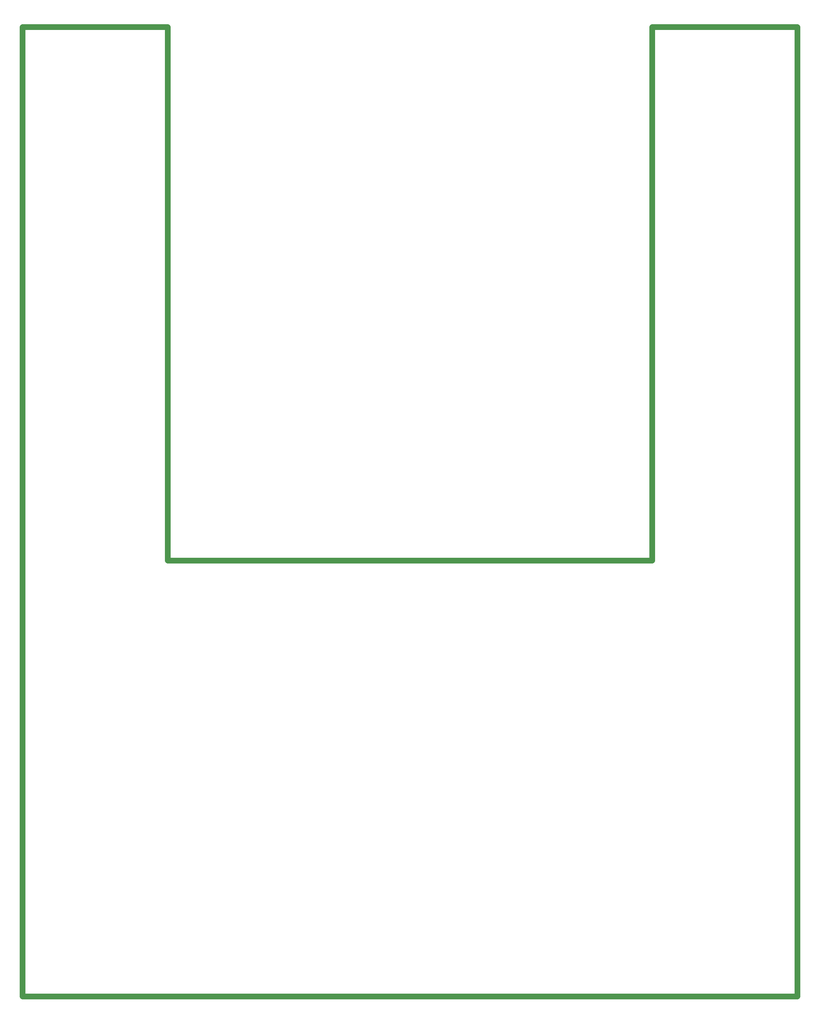
<source format=gko>
G04*
G04 #@! TF.GenerationSoftware,Altium Limited,Altium NEXUS,2.1.8 (74)*
G04*
G04 Layer_Color=16711935*
%FSLAX25Y25*%
%MOIN*%
G70*
G01*
G75*
%ADD145C,0.04724*%
D145*
X629960Y787402D02*
X629961Y-0D01*
X39Y-0D02*
X629961Y-0D01*
X39Y787401D02*
X39Y-0D01*
X39Y787401D02*
X118149Y787401D01*
X118149Y354331D01*
X511850Y354331D01*
X511850Y787401D02*
X511850Y354331D01*
X511850Y787401D02*
X629960Y787402D01*
M02*

</source>
